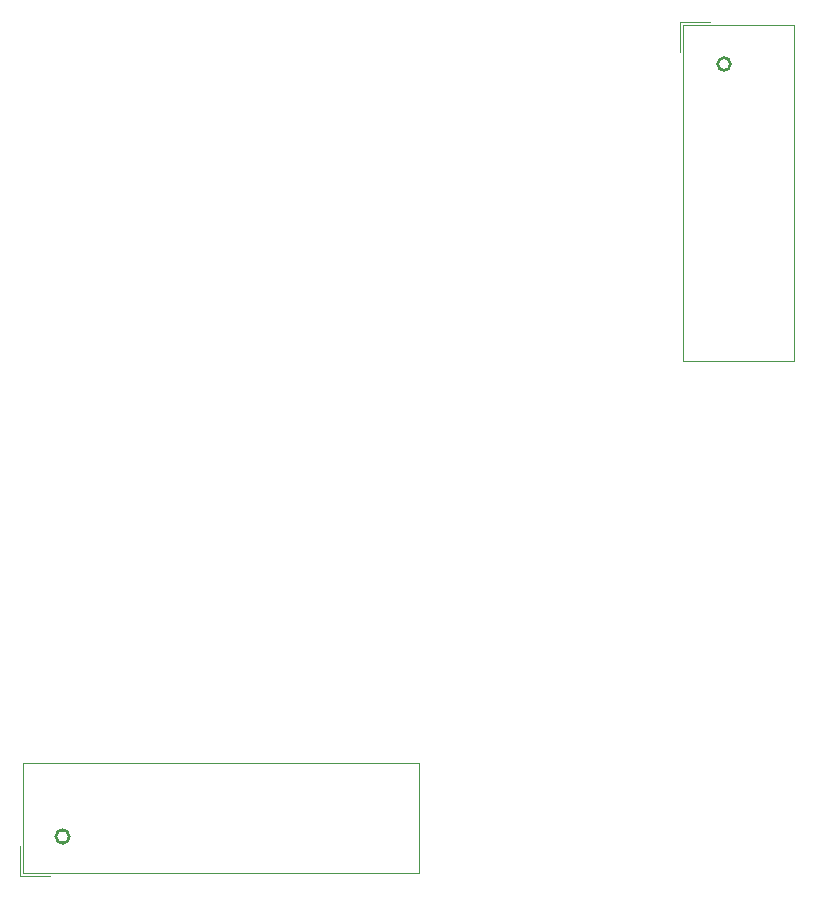
<source format=gbr>
G04 #@! TF.GenerationSoftware,KiCad,Pcbnew,(5.1.4)-1*
G04 #@! TF.CreationDate,2020-03-27T03:49:37-04:00*
G04 #@! TF.ProjectId,gantry_x_motor_breakout,67616e74-7279-45f7-985f-6d6f746f725f,rev?*
G04 #@! TF.SameCoordinates,Original*
G04 #@! TF.FileFunction,Legend,Top*
G04 #@! TF.FilePolarity,Positive*
%FSLAX46Y46*%
G04 Gerber Fmt 4.6, Leading zero omitted, Abs format (unit mm)*
G04 Created by KiCad (PCBNEW (5.1.4)-1) date 2020-03-27 03:49:37*
%MOMM*%
%LPD*%
G04 APERTURE LIST*
%ADD10C,0.254000*%
%ADD11C,0.120000*%
%ADD12O,1.829200X1.829200*%
%ADD13R,1.829200X1.829200*%
%ADD14O,1.802000X2.052000*%
%ADD15C,0.100000*%
%ADD16C,1.802000*%
%ADD17C,6.502000*%
G04 APERTURE END LIST*
D10*
X145458815Y-47422000D02*
G75*
G03X145458815Y-47422000I-538815J0D01*
G01*
X89480961Y-112827000D02*
G75*
G03X89480961Y-112827000I-567961J0D01*
G01*
D11*
X85320000Y-116155000D02*
X85320000Y-113615000D01*
X85320000Y-116155000D02*
X87860000Y-116155000D01*
X85570000Y-115905000D02*
X85570000Y-106555000D01*
X119130000Y-115905000D02*
X85570000Y-115905000D01*
X119130000Y-106555000D02*
X119130000Y-115905000D01*
X85570000Y-106555000D02*
X119130000Y-106555000D01*
X141220000Y-43860000D02*
X143760000Y-43860000D01*
X141220000Y-43860000D02*
X141220000Y-46400000D01*
X141470000Y-44110000D02*
X150820000Y-44110000D01*
X141470000Y-72590000D02*
X141470000Y-44110000D01*
X150820000Y-72590000D02*
X141470000Y-72590000D01*
X150820000Y-44110000D02*
X150820000Y-72590000D01*
%LPC*%
D12*
X113780000Y-109960000D03*
X113780000Y-112500000D03*
X111240000Y-109960000D03*
X111240000Y-112500000D03*
X108700000Y-109960000D03*
X108700000Y-112500000D03*
X106160000Y-109960000D03*
X106160000Y-112500000D03*
X103620000Y-109960000D03*
X103620000Y-112500000D03*
X101080000Y-109960000D03*
X101080000Y-112500000D03*
X98540000Y-109960000D03*
X98540000Y-112500000D03*
X96000000Y-109960000D03*
X96000000Y-112500000D03*
X93460000Y-109960000D03*
X93460000Y-112500000D03*
X90920000Y-109960000D03*
D13*
X90920000Y-112500000D03*
D12*
X147415000Y-67240000D03*
X144875000Y-67240000D03*
X147415000Y-64700000D03*
X144875000Y-64700000D03*
X147415000Y-62160000D03*
X144875000Y-62160000D03*
X147415000Y-59620000D03*
X144875000Y-59620000D03*
X147415000Y-57080000D03*
X144875000Y-57080000D03*
X147415000Y-54540000D03*
X144875000Y-54540000D03*
X147415000Y-52000000D03*
X144875000Y-52000000D03*
X147415000Y-49460000D03*
D13*
X144875000Y-49460000D03*
D14*
X146250000Y-124000000D03*
X148750000Y-124000000D03*
X151250000Y-124000000D03*
D15*
G36*
X154411975Y-122975276D02*
G01*
X154437699Y-122979092D01*
X154462925Y-122985411D01*
X154487411Y-122994172D01*
X154510920Y-123005291D01*
X154533226Y-123018661D01*
X154554114Y-123034152D01*
X154573383Y-123051617D01*
X154590848Y-123070886D01*
X154606339Y-123091774D01*
X154619709Y-123114080D01*
X154630828Y-123137589D01*
X154639589Y-123162075D01*
X154645908Y-123187301D01*
X154649724Y-123213025D01*
X154651000Y-123239000D01*
X154651000Y-124761000D01*
X154649724Y-124786975D01*
X154645908Y-124812699D01*
X154639589Y-124837925D01*
X154630828Y-124862411D01*
X154619709Y-124885920D01*
X154606339Y-124908226D01*
X154590848Y-124929114D01*
X154573383Y-124948383D01*
X154554114Y-124965848D01*
X154533226Y-124981339D01*
X154510920Y-124994709D01*
X154487411Y-125005828D01*
X154462925Y-125014589D01*
X154437699Y-125020908D01*
X154411975Y-125024724D01*
X154386000Y-125026000D01*
X153114000Y-125026000D01*
X153088025Y-125024724D01*
X153062301Y-125020908D01*
X153037075Y-125014589D01*
X153012589Y-125005828D01*
X152989080Y-124994709D01*
X152966774Y-124981339D01*
X152945886Y-124965848D01*
X152926617Y-124948383D01*
X152909152Y-124929114D01*
X152893661Y-124908226D01*
X152880291Y-124885920D01*
X152869172Y-124862411D01*
X152860411Y-124837925D01*
X152854092Y-124812699D01*
X152850276Y-124786975D01*
X152849000Y-124761000D01*
X152849000Y-123239000D01*
X152850276Y-123213025D01*
X152854092Y-123187301D01*
X152860411Y-123162075D01*
X152869172Y-123137589D01*
X152880291Y-123114080D01*
X152893661Y-123091774D01*
X152909152Y-123070886D01*
X152926617Y-123051617D01*
X152945886Y-123034152D01*
X152966774Y-123018661D01*
X152989080Y-123005291D01*
X153012589Y-122994172D01*
X153037075Y-122985411D01*
X153062301Y-122979092D01*
X153088025Y-122975276D01*
X153114000Y-122974000D01*
X154386000Y-122974000D01*
X154411975Y-122975276D01*
X154411975Y-122975276D01*
G37*
D16*
X153750000Y-124000000D03*
D17*
X134500000Y-84500000D03*
X113850000Y-94150000D03*
X90850000Y-94150000D03*
X165500000Y-115500000D03*
X165500000Y-84500000D03*
X134500000Y-115500000D03*
X160650000Y-67350000D03*
X160650000Y-49350000D03*
M02*

</source>
